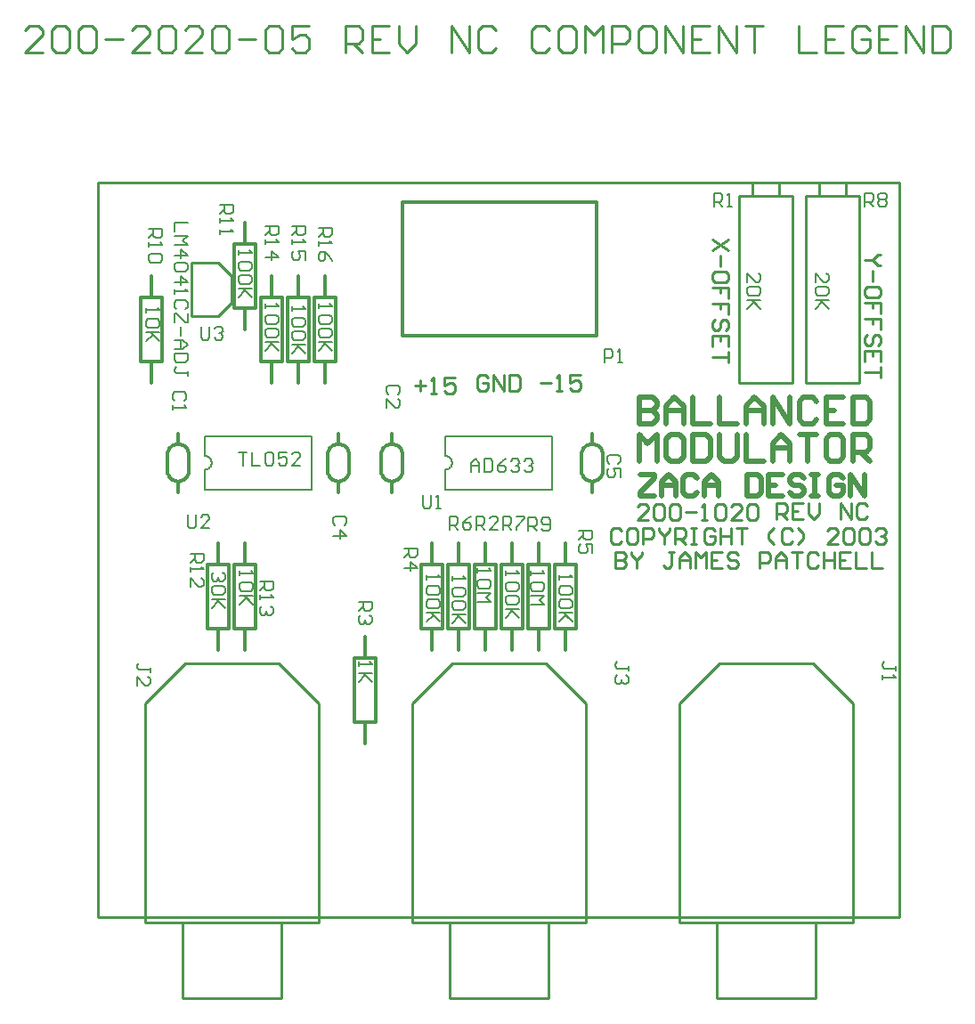
<source format=gto>
*%FSLAX23Y23*%
*%MOIN*%
G01*
%ADD11C,0.007*%
%ADD12C,0.008*%
%ADD13C,0.010*%
%ADD14C,0.012*%
%ADD15C,0.020*%
%ADD16C,0.032*%
%ADD17C,0.036*%
%ADD18C,0.050*%
%ADD19C,0.052*%
%ADD20C,0.055*%
%ADD21C,0.056*%
%ADD22C,0.060*%
%ADD23C,0.061*%
%ADD24C,0.062*%
%ADD25C,0.066*%
%ADD26C,0.068*%
%ADD27C,0.070*%
%ADD28C,0.080*%
%ADD29C,0.090*%
%ADD30C,0.095*%
%ADD31C,0.115*%
%ADD32C,0.120*%
%ADD33C,0.125*%
%ADD34C,0.126*%
%ADD35C,0.131*%
%ADD36C,0.150*%
%ADD37C,0.156*%
%ADD38R,0.062X0.062*%
%ADD39R,0.068X0.068*%
D12*
X10888Y8884D02*
Y8917D01*
X10921Y8884D01*
X10930D01*
X10938Y8892D01*
Y8909D01*
X10930Y8917D01*
Y8867D02*
X10938Y8859D01*
Y8842D01*
X10930Y8834D01*
X10896D01*
X10888Y8842D01*
Y8859D01*
X10896Y8867D01*
X10930D01*
X10938Y8817D02*
X10888D01*
X10905D01*
X10938Y8784D01*
X10913Y8809D01*
X10888Y8784D01*
X11073Y9167D02*
Y9217D01*
X11098D01*
X11106Y9209D01*
Y9192D01*
X11098Y9184D01*
X11073D01*
X11090D02*
X11106Y9167D01*
X11123Y9209D02*
X11131Y9217D01*
X11148D01*
X11156Y9209D01*
Y9200D01*
X11148Y9192D01*
X11156Y9184D01*
Y9175D01*
X11148Y9167D01*
X11131D01*
X11123Y9175D01*
Y9184D01*
X11131Y9192D01*
X11123Y9200D01*
Y9209D01*
X11131Y9192D02*
X11148D01*
X10633Y8917D02*
Y8884D01*
Y8917D02*
X10666Y8884D01*
X10675D01*
X10683Y8892D01*
Y8909D01*
X10675Y8917D01*
Y8867D02*
X10683Y8859D01*
Y8842D01*
X10675Y8834D01*
X10641D01*
X10633Y8842D01*
Y8859D01*
X10641Y8867D01*
X10675D01*
X10683Y8817D02*
X10633D01*
X10650D01*
X10683Y8784D01*
X10658Y8809D01*
X10633Y8784D01*
X10508Y9167D02*
Y9217D01*
X10533D01*
X10541Y9209D01*
Y9192D01*
X10533Y9184D01*
X10508D01*
X10525D02*
X10541Y9167D01*
X10558D02*
X10575D01*
X10566D01*
Y9217D01*
X10567D01*
X10566D02*
X10558Y9209D01*
X11189Y7445D02*
Y7429D01*
Y7437D02*
Y7445D01*
Y7437D02*
X11147D01*
X11139Y7445D01*
Y7454D01*
X11147Y7462D01*
X11139Y7412D02*
Y7395D01*
Y7404D01*
X11189D01*
X11190D01*
X11189D02*
X11181Y7412D01*
X8828Y8785D02*
Y8802D01*
Y8794D02*
Y8785D01*
Y8794D02*
X8878D01*
X8879D01*
X8878D02*
X8870Y8802D01*
Y8760D02*
X8878Y8752D01*
Y8735D01*
X8870Y8727D01*
X8836D01*
X8828Y8735D01*
Y8752D01*
X8836Y8760D01*
X8870D01*
Y8710D02*
X8878Y8702D01*
Y8685D01*
X8870Y8677D01*
X8836D01*
X8828Y8685D01*
Y8702D01*
X8836Y8710D01*
X8870D01*
X8878Y8660D02*
X8828D01*
X8845D01*
X8878Y8627D01*
X8853Y8652D01*
X8828Y8627D01*
Y9092D02*
X8878D01*
Y9067D01*
X8870Y9059D01*
X8853D01*
X8845Y9067D01*
Y9092D01*
Y9075D02*
X8828Y9059D01*
Y9042D02*
Y9025D01*
Y9034D01*
X8878D01*
X8879D01*
X8878D02*
X8870Y9042D01*
X8878Y8975D02*
X8828D01*
X8853Y9000D02*
X8878Y8975D01*
X8853Y8967D02*
Y9000D01*
X8928Y8792D02*
Y8775D01*
Y8784D01*
X8978D01*
X8979D01*
X8978D02*
X8970Y8792D01*
Y8750D02*
X8978Y8742D01*
Y8725D01*
X8970Y8717D01*
X8936D01*
X8928Y8725D01*
Y8742D01*
X8936Y8750D01*
X8970D01*
Y8700D02*
X8978Y8692D01*
Y8675D01*
X8970Y8667D01*
X8936D01*
X8928Y8675D01*
Y8692D01*
X8936Y8700D01*
X8970D01*
X8978Y8650D02*
X8928D01*
X8945D01*
X8978Y8617D01*
X8953Y8642D01*
X8928Y8617D01*
Y9092D02*
X8978D01*
Y9067D01*
X8970Y9059D01*
X8953D01*
X8945Y9067D01*
Y9092D01*
Y9075D02*
X8928Y9059D01*
Y9042D02*
Y9025D01*
Y9034D01*
X8978D01*
X8979D01*
X8978D02*
X8970Y9042D01*
X8978Y9000D02*
Y8967D01*
Y9000D02*
X8953D01*
X8961Y8984D01*
Y8975D01*
X8953Y8967D01*
X8936D01*
X8928Y8975D01*
Y8992D01*
X8936Y9000D01*
X9028Y8802D02*
Y8785D01*
Y8794D01*
X9078D01*
X9079D01*
X9078D02*
X9070Y8802D01*
Y8760D02*
X9078Y8752D01*
Y8735D01*
X9070Y8727D01*
X9036D01*
X9028Y8735D01*
Y8752D01*
X9036Y8760D01*
X9070D01*
Y8710D02*
X9078Y8702D01*
Y8685D01*
X9070Y8677D01*
X9036D01*
X9028Y8685D01*
Y8702D01*
X9036Y8710D01*
X9070D01*
X9078Y8660D02*
X9028D01*
X9045D01*
X9078Y8627D01*
X9053Y8652D01*
X9028Y8627D01*
Y9087D02*
X9078D01*
Y9062D01*
X9070Y9054D01*
X9053D01*
X9045Y9062D01*
Y9087D01*
Y9070D02*
X9028Y9054D01*
Y9037D02*
Y9020D01*
Y9029D01*
X9078D01*
X9079D01*
X9078D02*
X9070Y9037D01*
Y8979D02*
X9078Y8962D01*
X9070Y8979D02*
X9053Y8995D01*
X9036D01*
X9028Y8987D01*
Y8970D01*
X9036Y8962D01*
X9045D01*
X9053Y8970D01*
Y8995D01*
X9178Y7462D02*
Y7445D01*
Y7454D01*
X9228D01*
X9229D01*
X9228D02*
X9220Y7462D01*
X9228Y7420D02*
X9178D01*
X9195D01*
X9228Y7387D01*
X9203Y7412D01*
X9178Y7387D01*
Y7687D02*
X9228D01*
Y7662D01*
X9220Y7654D01*
X9203D01*
X9195Y7662D01*
Y7687D01*
Y7670D02*
X9178Y7654D01*
X9220Y7637D02*
X9228Y7629D01*
Y7612D01*
X9220Y7604D01*
X9211D01*
X9212D01*
X9211D02*
X9212D01*
X9211D02*
X9212D01*
X9211D02*
X9203Y7612D01*
Y7620D01*
Y7612D01*
X9195Y7604D01*
X9186D01*
X9178Y7612D01*
Y7629D01*
X9186Y7637D01*
X9325Y8464D02*
X9333Y8472D01*
Y8489D01*
X9325Y8497D01*
X9291D01*
X9283Y8489D01*
Y8472D01*
X9291Y8464D01*
X9283Y8447D02*
Y8414D01*
Y8447D02*
X9316Y8414D01*
X9325D01*
X9333Y8422D01*
Y8439D01*
X9325Y8447D01*
X9503Y8232D02*
X9506Y8232D01*
X9509Y8231D01*
X9513Y8230D01*
X9516Y8229D01*
X9518Y8227D01*
X9521Y8225D01*
X9523Y8222D01*
X9525Y8220D01*
X9526Y8217D01*
X9527Y8213D01*
X9528Y8210D01*
X9528Y8207D01*
X9528Y8204D01*
X9527Y8201D01*
X9526Y8197D01*
X9525Y8194D01*
X9523Y8192D01*
X9521Y8189D01*
X9518Y8187D01*
X9516Y8185D01*
X9513Y8184D01*
X9509Y8183D01*
X9506Y8182D01*
X9503Y8182D01*
Y8107D01*
Y8232D02*
Y8307D01*
X9903D02*
Y8107D01*
Y8307D02*
X9503D01*
Y8107D02*
X9903D01*
X9598Y8172D02*
Y8205D01*
X9615Y8222D01*
X9631Y8205D01*
Y8172D01*
Y8197D01*
X9598D01*
X9648Y8222D02*
Y8172D01*
X9673D01*
X9681Y8180D01*
Y8214D01*
X9673Y8222D01*
X9648D01*
X9715Y8214D02*
X9731Y8222D01*
X9715Y8214D02*
X9698Y8197D01*
Y8180D01*
X9706Y8172D01*
X9723D01*
X9731Y8180D01*
Y8189D01*
X9723Y8197D01*
X9698D01*
X9748Y8214D02*
X9756Y8222D01*
X9773D01*
X9781Y8214D01*
Y8205D01*
X9782D01*
X9781D02*
X9782D01*
X9781D02*
X9782D01*
X9781D02*
X9773Y8197D01*
X9765D01*
X9773D01*
X9781Y8189D01*
Y8180D01*
X9773Y8172D01*
X9756D01*
X9748Y8180D01*
X9798Y8214D02*
X9806Y8222D01*
X9823D01*
X9831Y8214D01*
Y8205D01*
X9832D01*
X9831D02*
X9832D01*
X9831D02*
X9832D01*
X9831D02*
X9823Y8197D01*
X9815D01*
X9823D01*
X9831Y8189D01*
Y8180D01*
X9823Y8172D01*
X9806D01*
X9798Y8180D01*
X9418Y8087D02*
Y8045D01*
X9426Y8037D01*
X9443D01*
X9451Y8045D01*
Y8087D01*
X9468Y8037D02*
X9485D01*
X9476D01*
Y8087D01*
X9477D01*
X9476D02*
X9468Y8079D01*
X9433Y7787D02*
Y7770D01*
Y7779D01*
X9483D01*
X9484D01*
X9483D02*
X9475Y7787D01*
Y7745D02*
X9483Y7737D01*
Y7720D01*
X9475Y7712D01*
X9441D01*
X9433Y7720D01*
Y7737D01*
X9441Y7745D01*
X9475D01*
Y7695D02*
X9483Y7687D01*
Y7670D01*
X9475Y7662D01*
X9441D01*
X9433Y7670D01*
Y7687D01*
X9441Y7695D01*
X9475D01*
X9483Y7645D02*
X9433D01*
X9450D01*
X9483Y7612D01*
X9458Y7637D01*
X9433Y7612D01*
X9398Y7887D02*
X9348D01*
X9398D02*
Y7862D01*
X9390Y7854D01*
X9373D01*
X9365Y7862D01*
Y7887D01*
Y7870D02*
X9348Y7854D01*
Y7812D02*
X9398D01*
X9373Y7837D01*
Y7804D01*
X9528Y7782D02*
Y7765D01*
Y7774D01*
X9578D01*
X9579D01*
X9578D02*
X9570Y7782D01*
Y7740D02*
X9578Y7732D01*
Y7715D01*
X9570Y7707D01*
X9536D01*
X9528Y7715D01*
Y7732D01*
X9536Y7740D01*
X9570D01*
Y7690D02*
X9578Y7682D01*
Y7665D01*
X9570Y7657D01*
X9536D01*
X9528Y7665D01*
Y7682D01*
X9536Y7690D01*
X9570D01*
X9578Y7640D02*
X9528D01*
X9545D01*
X9578Y7607D01*
X9553Y7632D01*
X9528Y7607D01*
X9518Y7957D02*
Y8007D01*
X9543D01*
X9551Y7999D01*
Y7982D01*
X9543Y7974D01*
X9518D01*
X9535D02*
X9551Y7957D01*
X9585Y7999D02*
X9601Y8007D01*
X9585Y7999D02*
X9568Y7982D01*
Y7965D01*
X9576Y7957D01*
X9593D01*
X9601Y7965D01*
Y7974D01*
X9593Y7982D01*
X9568D01*
X9623Y7812D02*
Y7795D01*
Y7804D01*
X9673D01*
X9674D01*
X9673D02*
X9665Y7812D01*
Y7770D02*
X9673Y7762D01*
Y7745D01*
X9665Y7737D01*
X9631D01*
X9623Y7745D01*
Y7762D01*
X9631Y7770D01*
X9665D01*
X9673Y7720D02*
X9623D01*
X9656Y7704D02*
X9673Y7720D01*
X9656Y7704D02*
X9673Y7687D01*
X9623D01*
X9618Y7957D02*
Y8007D01*
X9643D01*
X9651Y7999D01*
Y7982D01*
X9643Y7974D01*
X9618D01*
X9635D02*
X9651Y7957D01*
X9668D02*
X9701D01*
X9668D02*
X9701Y7990D01*
Y7999D01*
X9693Y8007D01*
X9676D01*
X9668Y7999D01*
X9728Y7802D02*
Y7785D01*
Y7794D01*
X9778D01*
X9779D01*
X9778D02*
X9770Y7802D01*
Y7760D02*
X9778Y7752D01*
Y7735D01*
X9770Y7727D01*
X9736D01*
X9728Y7735D01*
Y7752D01*
X9736Y7760D01*
X9770D01*
Y7710D02*
X9778Y7702D01*
Y7685D01*
X9770Y7677D01*
X9736D01*
X9728Y7685D01*
Y7702D01*
X9736Y7710D01*
X9770D01*
X9778Y7660D02*
X9728D01*
X9745D01*
X9778Y7627D01*
X9753Y7652D01*
X9728Y7627D01*
X9718Y7957D02*
Y8007D01*
X9743D01*
X9751Y7999D01*
Y7982D01*
X9743Y7974D01*
X9718D01*
X9735D02*
X9751Y7957D01*
X9768Y8007D02*
X9801D01*
Y7999D01*
X9768Y7965D01*
Y7957D01*
X9928Y7787D02*
Y7770D01*
Y7779D01*
X9978D01*
X9979D01*
X9978D02*
X9970Y7787D01*
Y7745D02*
X9978Y7737D01*
Y7720D01*
X9970Y7712D01*
X9936D01*
X9928Y7720D01*
Y7737D01*
X9936Y7745D01*
X9970D01*
Y7695D02*
X9978Y7687D01*
Y7670D01*
X9970Y7662D01*
X9936D01*
X9928Y7670D01*
Y7687D01*
X9936Y7695D01*
X9970D01*
X9978Y7645D02*
X9928D01*
X9945D01*
X9978Y7612D01*
X9953Y7637D01*
X9928Y7612D01*
X10003Y7952D02*
X10053D01*
Y7927D01*
X10045Y7919D01*
X10028D01*
X10020Y7927D01*
Y7952D01*
Y7935D02*
X10003Y7919D01*
X10053Y7902D02*
Y7869D01*
Y7902D02*
X10028D01*
X10036Y7885D01*
Y7877D01*
X10028Y7869D01*
X10011D01*
X10003Y7877D01*
Y7894D01*
X10011Y7902D01*
X9133Y7982D02*
X9125Y7974D01*
X9133Y7982D02*
Y7999D01*
X9125Y8007D01*
X9091D01*
X9083Y7999D01*
Y7982D01*
X9091Y7974D01*
X9083Y7932D02*
X9133D01*
X9108Y7957D01*
Y7924D01*
X9823Y7802D02*
Y7785D01*
Y7794D01*
X9873D01*
X9874D01*
X9873D02*
X9865Y7802D01*
Y7760D02*
X9873Y7752D01*
Y7735D01*
X9865Y7727D01*
X9831D01*
X9823Y7735D01*
Y7752D01*
X9831Y7760D01*
X9865D01*
X9873Y7710D02*
X9823D01*
X9856Y7694D02*
X9873Y7710D01*
X9856Y7694D02*
X9873Y7677D01*
X9823D01*
X9813Y7952D02*
Y8002D01*
X9838D01*
X9846Y7994D01*
Y7977D01*
X9838Y7969D01*
X9813D01*
X9830D02*
X9846Y7952D01*
X9863Y7960D02*
X9871Y7952D01*
X9888D01*
X9896Y7960D01*
Y7994D01*
X9888Y8002D01*
X9871D01*
X9863Y7994D01*
Y7985D01*
X9871Y7977D01*
X9896D01*
X10150Y8204D02*
X10158Y8212D01*
Y8229D01*
X10150Y8237D01*
X10116D01*
X10108Y8229D01*
Y8212D01*
X10116Y8204D01*
X10158Y8187D02*
Y8154D01*
Y8187D02*
X10133D01*
X10141Y8170D01*
Y8162D01*
X10133Y8154D01*
X10116D01*
X10108Y8162D01*
Y8179D01*
X10116Y8187D01*
X10098Y8582D02*
Y8632D01*
X10123D01*
X10131Y8624D01*
Y8607D01*
X10123Y8599D01*
X10098D01*
X10148Y8582D02*
X10165D01*
X10156D01*
Y8632D01*
X10157D01*
X10156D02*
X10148Y8624D01*
X10189Y7445D02*
Y7429D01*
Y7437D02*
Y7445D01*
Y7437D02*
X10147D01*
X10139Y7445D01*
Y7454D01*
X10147Y7462D01*
X10181Y7412D02*
X10189Y7404D01*
Y7387D01*
X10181Y7379D01*
X10172D01*
X10173D01*
X10172D02*
X10173D01*
X10172D02*
X10173D01*
X10172D02*
X10164Y7387D01*
Y7395D01*
Y7387D01*
X10156Y7379D01*
X10147D01*
X10139Y7387D01*
Y7404D01*
X10147Y7412D01*
X8728Y8985D02*
Y9002D01*
Y8994D02*
Y8985D01*
Y8994D02*
X8778D01*
X8779D01*
X8778D02*
X8770Y9002D01*
Y8960D02*
X8778Y8952D01*
Y8935D01*
X8770Y8927D01*
X8736D01*
X8728Y8935D01*
Y8952D01*
X8736Y8960D01*
X8770D01*
Y8910D02*
X8778Y8902D01*
Y8885D01*
X8770Y8877D01*
X8736D01*
X8728Y8885D01*
Y8902D01*
X8736Y8910D01*
X8770D01*
X8778Y8860D02*
X8728D01*
X8745D01*
X8778Y8827D01*
X8753Y8852D01*
X8728Y8827D01*
X8708Y9172D02*
X8658D01*
X8708D02*
Y9147D01*
X8700Y9139D01*
X8683D01*
X8675Y9147D01*
Y9172D01*
Y9155D02*
X8658Y9139D01*
Y9122D02*
Y9105D01*
Y9114D01*
X8708D01*
X8709D01*
X8708D02*
X8700Y9122D01*
X8658Y9080D02*
Y9064D01*
Y9072D01*
X8708D01*
X8709D01*
X8708D02*
X8700Y9080D01*
X8538Y9107D02*
X8488D01*
Y9074D01*
Y9057D02*
X8538D01*
X8521Y9040D01*
X8538Y9024D01*
X8488D01*
Y8982D02*
X8538D01*
X8513Y9007D01*
Y8974D01*
X8530Y8957D02*
X8538Y8949D01*
Y8932D01*
X8530Y8924D01*
X8496D01*
X8488Y8932D01*
Y8949D01*
X8496Y8957D01*
X8530D01*
X8538Y8882D02*
X8488D01*
X8513Y8907D02*
X8538Y8882D01*
X8513Y8874D02*
Y8907D01*
X8488Y8857D02*
Y8840D01*
Y8849D01*
X8538D01*
X8539D01*
X8538D02*
X8530Y8857D01*
X8538Y8790D02*
X8530Y8782D01*
X8538Y8790D02*
Y8807D01*
X8530Y8815D01*
X8496D01*
X8488Y8807D01*
Y8790D01*
X8496Y8782D01*
X8538Y8765D02*
Y8732D01*
X8530D01*
X8496Y8765D01*
X8488D01*
Y8732D01*
X8513Y8715D02*
Y8682D01*
X8521Y8665D02*
X8488D01*
X8521D02*
X8538Y8649D01*
X8521Y8632D01*
X8488D01*
X8513D01*
Y8665D01*
X8538Y8615D02*
X8488D01*
Y8591D01*
X8496Y8582D01*
X8530D01*
X8538Y8591D01*
Y8615D01*
Y8549D02*
Y8532D01*
Y8541D02*
Y8549D01*
Y8541D02*
X8496D01*
X8488Y8549D01*
Y8557D01*
X8496Y8566D01*
X8588Y8675D02*
Y8717D01*
Y8675D02*
X8596Y8667D01*
X8613D01*
X8621Y8675D01*
Y8717D01*
X8638Y8709D02*
X8646Y8717D01*
X8663D01*
X8671Y8709D01*
Y8700D01*
X8672D01*
X8671D02*
X8672D01*
X8671D02*
X8672D01*
X8671D02*
X8663Y8692D01*
X8655D01*
X8663D01*
X8671Y8684D01*
Y8675D01*
X8663Y8667D01*
X8646D01*
X8638Y8675D01*
X8533Y8447D02*
X8525Y8439D01*
X8533Y8447D02*
Y8464D01*
X8525Y8472D01*
X8491D01*
X8483Y8464D01*
Y8447D01*
X8491Y8439D01*
X8483Y8422D02*
Y8405D01*
Y8414D01*
X8533D01*
X8534D01*
X8533D02*
X8525Y8422D01*
X8383Y8770D02*
Y8787D01*
Y8779D02*
Y8770D01*
Y8779D02*
X8433D01*
X8434D01*
X8433D02*
X8425Y8787D01*
Y8745D02*
X8433Y8737D01*
Y8720D01*
X8425Y8712D01*
X8391D01*
X8383Y8720D01*
Y8737D01*
X8391Y8745D01*
X8425D01*
X8433Y8695D02*
X8383D01*
X8400D01*
X8433Y8662D01*
X8408Y8687D01*
X8383Y8662D01*
X8393Y9082D02*
X8443D01*
Y9057D01*
X8435Y9049D01*
X8418D01*
X8410Y9057D01*
Y9082D01*
Y9065D02*
X8393Y9049D01*
Y9032D02*
Y9015D01*
Y9024D01*
X8443D01*
X8444D01*
X8443D02*
X8435Y9032D01*
Y8990D02*
X8443Y8982D01*
Y8965D01*
X8435Y8957D01*
X8401D01*
X8393Y8965D01*
Y8982D01*
X8401Y8990D01*
X8435D01*
X8603Y8232D02*
X8606Y8232D01*
X8609Y8231D01*
X8613Y8230D01*
X8616Y8229D01*
X8618Y8227D01*
X8621Y8225D01*
X8623Y8222D01*
X8625Y8220D01*
X8626Y8217D01*
X8627Y8213D01*
X8628Y8210D01*
X8628Y8207D01*
X8628Y8204D01*
X8627Y8201D01*
X8626Y8197D01*
X8625Y8194D01*
X8623Y8192D01*
X8621Y8189D01*
X8618Y8187D01*
X8616Y8185D01*
X8613Y8184D01*
X8609Y8183D01*
X8606Y8182D01*
X8603Y8182D01*
Y8107D01*
Y8232D02*
Y8307D01*
X9003D02*
Y8107D01*
Y8307D02*
X8603D01*
Y8107D02*
X9003D01*
X8761Y8247D02*
X8728D01*
X8745D02*
X8761D01*
X8745D02*
Y8197D01*
X8778D02*
Y8247D01*
Y8197D02*
X8811D01*
X8828Y8239D02*
X8836Y8247D01*
X8853D01*
X8861Y8239D01*
Y8205D01*
X8853Y8197D01*
X8836D01*
X8828Y8205D01*
Y8239D01*
X8878Y8247D02*
X8911D01*
X8878D02*
Y8222D01*
X8895Y8230D01*
X8903D01*
X8911Y8222D01*
Y8205D01*
X8903Y8197D01*
X8886D01*
X8878Y8205D01*
X8928Y8197D02*
X8961D01*
X8928D02*
X8961Y8230D01*
Y8239D01*
X8953Y8247D01*
X8936D01*
X8928Y8239D01*
X8538Y8012D02*
Y7970D01*
X8546Y7962D01*
X8563D01*
X8571Y7970D01*
Y8012D01*
X8588Y7962D02*
X8621D01*
X8588D02*
X8621Y7995D01*
Y8004D01*
X8613Y8012D01*
X8596D01*
X8588Y8004D01*
X8670Y7797D02*
X8678Y7789D01*
Y7772D01*
X8670Y7764D01*
X8661D01*
X8662D01*
X8661D02*
X8662D01*
X8661D02*
X8662D01*
X8661D02*
X8653Y7772D01*
Y7780D01*
Y7772D01*
X8645Y7764D01*
X8636D01*
X8628Y7772D01*
Y7789D01*
X8636Y7797D01*
X8670Y7747D02*
X8678Y7739D01*
Y7722D01*
X8670Y7714D01*
X8636D01*
X8628Y7722D01*
Y7739D01*
X8636Y7747D01*
X8670D01*
X8678Y7697D02*
X8628D01*
X8645D01*
X8678Y7664D01*
X8653Y7689D01*
X8628Y7664D01*
X8598Y7867D02*
X8548D01*
X8598D02*
Y7842D01*
X8590Y7834D01*
X8573D01*
X8565Y7842D01*
Y7867D01*
Y7850D02*
X8548Y7834D01*
Y7817D02*
Y7800D01*
Y7809D01*
X8598D01*
X8599D01*
X8598D02*
X8590Y7817D01*
X8548Y7775D02*
Y7742D01*
Y7775D02*
X8581Y7742D01*
X8590D01*
X8598Y7750D01*
Y7767D01*
X8590Y7775D01*
X8733Y7785D02*
Y7802D01*
Y7794D02*
Y7785D01*
Y7794D02*
X8783D01*
X8784D01*
X8783D02*
X8775Y7802D01*
Y7760D02*
X8783Y7752D01*
Y7735D01*
X8775Y7727D01*
X8741D01*
X8733Y7735D01*
Y7752D01*
X8741Y7760D01*
X8775D01*
X8783Y7710D02*
X8733D01*
X8750D01*
X8783Y7677D01*
X8758Y7702D01*
X8733Y7677D01*
X8808Y7762D02*
X8858D01*
Y7737D01*
X8850Y7729D01*
X8833D01*
X8825Y7737D01*
Y7762D01*
Y7745D02*
X8808Y7729D01*
Y7712D02*
Y7695D01*
Y7704D01*
X8858D01*
X8859D01*
X8858D02*
X8850Y7712D01*
Y7670D02*
X8858Y7662D01*
Y7645D01*
X8850Y7637D01*
X8841D01*
X8842D01*
X8841D02*
X8842D01*
X8841D02*
X8842D01*
X8841D02*
X8833Y7645D01*
Y7654D01*
Y7645D01*
X8825Y7637D01*
X8816D01*
X8808Y7645D01*
Y7662D01*
X8816Y7670D01*
X8398Y7440D02*
Y7424D01*
Y7432D02*
Y7440D01*
Y7432D02*
X8356D01*
X8348Y7440D01*
Y7449D01*
X8356Y7457D01*
X8348Y7407D02*
Y7374D01*
Y7407D02*
X8381Y7374D01*
X8390D01*
X8398Y7382D01*
Y7399D01*
X8390Y7407D01*
D13*
X9388Y8497D02*
X9428D01*
X9408Y8517D02*
Y8477D01*
X9448Y8467D02*
X9468D01*
X9458D01*
Y8527D01*
X9459D01*
X9458D02*
X9448Y8517D01*
X9498Y8527D02*
X9538D01*
X9498D02*
Y8497D01*
X9518Y8507D01*
X9528D01*
X9538Y8497D01*
Y8477D01*
X9528Y8467D01*
X9508D01*
X9498Y8477D01*
X9653Y8537D02*
X9663Y8527D01*
X9653Y8537D02*
X9633D01*
X9623Y8527D01*
Y8487D01*
X9633Y8477D01*
X9653D01*
X9663Y8487D01*
Y8507D01*
X9643D01*
X9683Y8477D02*
Y8537D01*
X9723Y8477D01*
Y8537D01*
X9743D02*
Y8477D01*
X9773D01*
X9783Y8487D01*
Y8527D01*
X9773Y8537D01*
X9743D01*
X9858Y8507D02*
X9898D01*
X9918Y8477D02*
X9938D01*
X9928D01*
Y8537D01*
X9929D01*
X9928D02*
X9918Y8527D01*
X9968Y8537D02*
X10008D01*
X9968D02*
Y8507D01*
X9988Y8517D01*
X9998D01*
X10008Y8507D01*
Y8487D01*
X9998Y8477D01*
X9978D01*
X9968Y8487D01*
X10503Y9002D02*
X10563Y9042D01*
Y9002D02*
X10503Y9042D01*
X10533Y8982D02*
Y8942D01*
X10563Y8912D02*
Y8892D01*
Y8912D02*
X10553Y8922D01*
X10513D01*
X10503Y8912D01*
Y8892D01*
X10513Y8882D01*
X10553D01*
X10563Y8892D01*
Y8862D02*
Y8822D01*
Y8862D02*
X10533D01*
Y8842D01*
Y8862D01*
X10503D01*
X10563Y8802D02*
Y8762D01*
Y8802D02*
X10533D01*
Y8782D01*
Y8802D01*
X10503D01*
X10563Y8712D02*
X10553Y8702D01*
X10563Y8712D02*
Y8732D01*
X10553Y8742D01*
X10543D01*
X10533Y8732D01*
Y8712D01*
X10523Y8702D01*
X10513D01*
X10503Y8712D01*
Y8732D01*
X10513Y8742D01*
X10563Y8682D02*
Y8642D01*
Y8682D02*
X10503D01*
Y8642D01*
X10533Y8662D02*
Y8682D01*
X10563Y8622D02*
Y8582D01*
Y8602D01*
X10503D01*
X11123Y8987D02*
X11133D01*
X11123D02*
X11103Y8967D01*
X11123Y8947D01*
X11133D01*
X11103Y8967D02*
X11073D01*
X11103Y8927D02*
Y8887D01*
X11133Y8857D02*
Y8837D01*
Y8857D02*
X11123Y8867D01*
X11083D01*
X11073Y8857D01*
Y8837D01*
X11083Y8827D01*
X11123D01*
X11133Y8837D01*
Y8807D02*
Y8767D01*
Y8807D02*
X11103D01*
Y8787D01*
Y8807D01*
X11073D01*
X11133Y8747D02*
Y8707D01*
Y8747D02*
X11103D01*
Y8727D01*
Y8747D01*
X11073D01*
X11133Y8657D02*
X11123Y8647D01*
X11133Y8657D02*
Y8677D01*
X11123Y8687D01*
X11113D01*
X11103Y8677D01*
Y8657D01*
X11093Y8647D01*
X11083D01*
X11073Y8657D01*
Y8677D01*
X11083Y8687D01*
X11133Y8627D02*
Y8587D01*
Y8627D02*
X11073D01*
Y8587D01*
X11103Y8607D02*
Y8627D01*
X11133Y8567D02*
Y8527D01*
Y8547D01*
X11073D01*
X10263Y7992D02*
X10223D01*
X10263Y8032D01*
Y8042D01*
X10253Y8052D01*
X10233D01*
X10223Y8042D01*
X10283D02*
X10293Y8052D01*
X10313D01*
X10323Y8042D01*
Y8002D01*
X10313Y7992D01*
X10293D01*
X10283Y8002D01*
Y8042D01*
X10343D02*
X10353Y8052D01*
X10373D01*
X10383Y8042D01*
Y8002D01*
X10373Y7992D01*
X10353D01*
X10343Y8002D01*
Y8042D01*
X10403Y8022D02*
X10443D01*
X10463Y7992D02*
X10483D01*
X10473D01*
Y8052D01*
X10474D01*
X10473D02*
X10463Y8042D01*
X10513D02*
X10523Y8052D01*
X10543D01*
X10553Y8042D01*
Y8002D01*
X10543Y7992D01*
X10523D01*
X10513Y8002D01*
Y8042D01*
X10573Y7992D02*
X10613D01*
X10573D02*
X10613Y8032D01*
Y8042D01*
X10603Y8052D01*
X10583D01*
X10573Y8042D01*
X10633D02*
X10643Y8052D01*
X10663D01*
X10673Y8042D01*
Y8002D01*
X10663Y7992D01*
X10643D01*
X10633Y8002D01*
Y8042D01*
X10743Y8057D02*
Y7997D01*
Y8057D02*
X10773D01*
X10783Y8047D01*
Y8027D01*
X10773Y8017D01*
X10743D01*
X10763D02*
X10783Y7997D01*
X10803Y8057D02*
X10843D01*
X10803D02*
Y7997D01*
X10843D01*
X10823Y8027D02*
X10803D01*
X10863Y8017D02*
Y8057D01*
Y8017D02*
X10883Y7997D01*
X10903Y8017D01*
Y8057D01*
X10983D02*
Y7997D01*
X11023D02*
X10983Y8057D01*
X11023D02*
Y7997D01*
X11083Y8047D02*
X11073Y8057D01*
X11053D01*
X11043Y8047D01*
Y8007D01*
X11053Y7997D01*
X11073D01*
X11083Y8007D01*
X10163Y7952D02*
X10153Y7962D01*
X10133D01*
X10123Y7952D01*
Y7912D01*
X10133Y7902D01*
X10153D01*
X10163Y7912D01*
X10193Y7962D02*
X10213D01*
X10193D02*
X10183Y7952D01*
Y7912D01*
X10193Y7902D01*
X10213D01*
X10223Y7912D01*
Y7952D01*
X10213Y7962D01*
X10243D02*
Y7902D01*
Y7962D02*
X10273D01*
X10283Y7952D01*
Y7932D01*
X10273Y7922D01*
X10243D01*
X10303Y7952D02*
Y7962D01*
Y7952D02*
X10323Y7932D01*
X10343Y7952D01*
Y7962D01*
X10323Y7932D02*
Y7902D01*
X10363D02*
Y7962D01*
X10393D01*
X10403Y7952D01*
Y7932D01*
X10393Y7922D01*
X10363D01*
X10383D02*
X10403Y7902D01*
X10423Y7962D02*
X10443D01*
X10433D01*
Y7902D01*
X10423D01*
X10443D01*
X10503Y7962D02*
X10513Y7952D01*
X10503Y7962D02*
X10483D01*
X10473Y7952D01*
Y7912D01*
X10483Y7902D01*
X10503D01*
X10513Y7912D01*
Y7932D01*
X10493D01*
X10533Y7962D02*
Y7902D01*
Y7932D01*
X10573D01*
Y7962D01*
Y7902D01*
X10593Y7962D02*
X10633D01*
X10613D01*
Y7902D01*
X10713Y7922D02*
X10733Y7902D01*
X10713Y7922D02*
Y7942D01*
X10733Y7962D01*
X10793D02*
X10803Y7952D01*
X10793Y7962D02*
X10773D01*
X10763Y7952D01*
Y7912D01*
X10773Y7902D01*
X10793D01*
X10803Y7912D01*
X10823Y7902D02*
X10843Y7922D01*
Y7942D01*
X10823Y7962D01*
X10933Y7902D02*
X10973D01*
X10933D02*
X10973Y7942D01*
Y7952D01*
X10963Y7962D01*
X10943D01*
X10933Y7952D01*
X10993D02*
X11003Y7962D01*
X11023D01*
X11033Y7952D01*
Y7912D01*
X11023Y7902D01*
X11003D01*
X10993Y7912D01*
Y7952D01*
X11053D02*
X11063Y7962D01*
X11083D01*
X11093Y7952D01*
Y7912D01*
X11083Y7902D01*
X11063D01*
X11053Y7912D01*
Y7952D01*
X11113D02*
X11123Y7962D01*
X11143D01*
X11153Y7952D01*
Y7942D01*
X11154D01*
X11153D02*
X11154D01*
X11153D02*
X11154D01*
X11153D02*
X11143Y7932D01*
X11133D01*
X11143D01*
X11153Y7922D01*
Y7912D01*
X11143Y7902D01*
X11123D01*
X11113Y7912D01*
X10138Y7872D02*
Y7812D01*
X10168D01*
X10178Y7822D01*
Y7832D01*
X10168Y7842D01*
X10138D01*
X10139D01*
X10138D02*
X10139D01*
X10138D02*
X10139D01*
X10138D02*
X10168D01*
X10178Y7852D01*
Y7862D01*
X10168Y7872D01*
X10138D01*
X10198D02*
Y7862D01*
X10218Y7842D01*
X10238Y7862D01*
Y7872D01*
X10218Y7842D02*
Y7812D01*
X10338Y7872D02*
X10358D01*
X10348D02*
X10338D01*
X10348D02*
Y7822D01*
X10338Y7812D01*
X10328D01*
X10318Y7822D01*
X10378Y7812D02*
Y7852D01*
X10398Y7872D01*
X10418Y7852D01*
Y7812D01*
Y7842D01*
X10378D01*
X10438Y7812D02*
Y7872D01*
X10458Y7852D01*
X10478Y7872D01*
Y7812D01*
X10498Y7872D02*
X10538D01*
X10498D02*
Y7812D01*
X10538D01*
X10518Y7842D02*
X10498D01*
X10588Y7872D02*
X10598Y7862D01*
X10588Y7872D02*
X10568D01*
X10558Y7862D01*
Y7852D01*
X10568Y7842D01*
X10588D01*
X10598Y7832D01*
Y7822D01*
X10588Y7812D01*
X10568D01*
X10558Y7822D01*
X10678Y7812D02*
Y7872D01*
X10708D01*
X10718Y7862D01*
Y7842D01*
X10708Y7832D01*
X10678D01*
X10738Y7812D02*
Y7852D01*
X10758Y7872D01*
X10778Y7852D01*
Y7812D01*
Y7842D01*
X10738D01*
X10798Y7872D02*
X10838D01*
X10818D01*
Y7812D01*
X10888Y7872D02*
X10898Y7862D01*
X10888Y7872D02*
X10868D01*
X10858Y7862D01*
Y7822D01*
X10868Y7812D01*
X10888D01*
X10898Y7822D01*
X10918Y7812D02*
Y7872D01*
Y7842D02*
Y7812D01*
Y7842D02*
X10958D01*
Y7872D01*
Y7812D01*
X10978Y7872D02*
X11018D01*
X10978D02*
Y7812D01*
X11018D01*
X10998Y7842D02*
X10978D01*
X11038Y7872D02*
Y7812D01*
X11078D01*
X11098D02*
Y7872D01*
Y7812D02*
X11138D01*
X7995Y9742D02*
X7928D01*
X7995Y9809D01*
Y9825D01*
X7978Y9842D01*
X7945D01*
X7928Y9825D01*
X8028D02*
X8045Y9842D01*
X8078D01*
X8095Y9825D01*
Y9759D01*
X8078Y9742D01*
X8045D01*
X8028Y9759D01*
Y9825D01*
X8128D02*
X8145Y9842D01*
X8178D01*
X8195Y9825D01*
Y9759D01*
X8178Y9742D01*
X8145D01*
X8128Y9759D01*
Y9825D01*
X8228Y9792D02*
X8295D01*
X8328Y9742D02*
X8395D01*
X8328D02*
X8395Y9809D01*
Y9825D01*
X8378Y9842D01*
X8345D01*
X8328Y9825D01*
X8428D02*
X8444Y9842D01*
X8478D01*
X8494Y9825D01*
Y9759D01*
X8478Y9742D01*
X8444D01*
X8428Y9759D01*
Y9825D01*
X8528Y9742D02*
X8594D01*
X8528D02*
X8594Y9809D01*
Y9825D01*
X8578Y9842D01*
X8544D01*
X8528Y9825D01*
X8628D02*
X8644Y9842D01*
X8678D01*
X8694Y9825D01*
Y9759D01*
X8678Y9742D01*
X8644D01*
X8628Y9759D01*
Y9825D01*
X8728Y9792D02*
X8794D01*
X8828Y9825D02*
X8844Y9842D01*
X8878D01*
X8894Y9825D01*
Y9759D01*
X8878Y9742D01*
X8844D01*
X8828Y9759D01*
Y9825D01*
X8928Y9842D02*
X8994D01*
X8928D02*
Y9792D01*
X8961Y9809D01*
X8978D01*
X8994Y9792D01*
Y9759D01*
X8978Y9742D01*
X8944D01*
X8928Y9759D01*
X9128Y9742D02*
Y9842D01*
X9178D01*
X9194Y9825D01*
Y9792D01*
X9178Y9775D01*
X9128D01*
X9161D02*
X9194Y9742D01*
X9228Y9842D02*
X9294D01*
X9228D02*
Y9742D01*
X9294D01*
X9261Y9792D02*
X9228D01*
X9328Y9775D02*
Y9842D01*
Y9775D02*
X9361Y9742D01*
X9394Y9775D01*
Y9842D01*
X9527D02*
Y9742D01*
X9594D02*
X9527Y9842D01*
X9594D02*
Y9742D01*
X9694Y9825D02*
X9677Y9842D01*
X9644D01*
X9627Y9825D01*
Y9759D01*
X9644Y9742D01*
X9677D01*
X9694Y9759D01*
X9877Y9842D02*
X9894Y9825D01*
X9877Y9842D02*
X9844D01*
X9827Y9825D01*
Y9759D01*
X9844Y9742D01*
X9877D01*
X9894Y9759D01*
X9944Y9842D02*
X9977D01*
X9944D02*
X9927Y9825D01*
Y9759D01*
X9944Y9742D01*
X9977D01*
X9994Y9759D01*
Y9825D01*
X9977Y9842D01*
X10027D02*
Y9742D01*
X10061Y9809D02*
X10027Y9842D01*
X10061Y9809D02*
X10094Y9842D01*
Y9742D01*
X10127D02*
Y9842D01*
X10177D01*
X10194Y9825D01*
Y9792D01*
X10177Y9775D01*
X10127D01*
X10244Y9842D02*
X10277D01*
X10244D02*
X10227Y9825D01*
Y9759D01*
X10244Y9742D01*
X10277D01*
X10294Y9759D01*
Y9825D01*
X10277Y9842D01*
X10327D02*
Y9742D01*
X10394D02*
X10327Y9842D01*
X10394D02*
Y9742D01*
X10427Y9842D02*
X10494D01*
X10427D02*
Y9742D01*
X10494D01*
X10461Y9792D02*
X10427D01*
X10527Y9742D02*
Y9842D01*
X10594Y9742D01*
Y9842D01*
X10627D02*
X10694D01*
X10660D01*
Y9742D01*
X10827D02*
Y9842D01*
Y9742D02*
X10894D01*
X10927Y9842D02*
X10994D01*
X10927D02*
Y9742D01*
X10994D01*
X10960Y9792D02*
X10927D01*
X11077Y9842D02*
X11094Y9825D01*
X11077Y9842D02*
X11044D01*
X11027Y9825D01*
Y9759D01*
X11044Y9742D01*
X11077D01*
X11094Y9759D01*
Y9792D01*
X11060D01*
X11127Y9842D02*
X11194D01*
X11127D02*
Y9742D01*
X11194D01*
X11160Y9792D02*
X11127D01*
X11227Y9742D02*
Y9842D01*
X11294Y9742D01*
Y9842D01*
X11327D02*
Y9742D01*
X11377D01*
X11394Y9759D01*
Y9825D01*
X11377Y9842D01*
X11327D01*
X10853Y9207D02*
Y8507D01*
X11053D02*
Y9207D01*
X10903D02*
Y9257D01*
X11003D02*
Y9207D01*
X11053Y8507D02*
X10853D01*
Y9207D02*
X11053D01*
X11003Y9257D02*
X10903D01*
X10603Y9207D02*
Y8507D01*
X10803D02*
Y9207D01*
X10653D02*
Y9257D01*
X10753D02*
Y9207D01*
X10803Y8507D02*
X10603D01*
Y9207D02*
X10803D01*
X10753Y9257D02*
X10653D01*
X10878Y7457D02*
X11028Y7307D01*
X10528Y7457D02*
X10378Y7307D01*
Y6485D01*
X11028D02*
Y7307D01*
X10888Y6482D02*
Y6202D01*
X10518D02*
Y6482D01*
X10528Y7457D02*
X10878D01*
X11028Y6485D02*
X10378D01*
X10518Y6202D02*
X10888D01*
X10028Y7307D02*
X9878Y7457D01*
X9528D02*
X9378Y7307D01*
Y6485D01*
X10028D02*
Y7307D01*
X9888Y6482D02*
Y6202D01*
X9518D02*
Y6482D01*
X9528Y7457D02*
X9878D01*
X10028Y6485D02*
X9378D01*
X9518Y6202D02*
X9888D01*
X8703Y8907D02*
X8653Y8957D01*
X8703Y8807D02*
X8653Y8757D01*
X8553D02*
Y8957D01*
X8703Y8907D02*
Y8807D01*
X8653Y8957D02*
X8553D01*
Y8757D02*
X8653D01*
X8878Y7457D02*
X9028Y7307D01*
X8528Y7457D02*
X8378Y7307D01*
Y6485D01*
X9028D02*
Y7307D01*
X8888Y6482D02*
Y6202D01*
X8518D02*
Y6482D01*
X8528Y7457D02*
X8878D01*
X9028Y6485D02*
X8378D01*
X8518Y6202D02*
X8888D01*
X8203Y6507D02*
X11203D01*
Y9257D02*
X8203D01*
Y6507D01*
X11203D02*
Y9257D01*
D14*
X8893Y8827D02*
Y8587D01*
X8813D02*
Y8827D01*
X8853D02*
Y8907D01*
Y8587D02*
Y8507D01*
X8813Y8827D02*
X8893D01*
Y8587D02*
X8813D01*
X8993D02*
Y8827D01*
X8913D02*
Y8587D01*
X8953Y8827D02*
Y8907D01*
Y8587D02*
Y8507D01*
X8913Y8827D02*
X8993D01*
Y8587D02*
X8913D01*
X9093D02*
Y8827D01*
X9013D02*
Y8587D01*
X9053Y8827D02*
Y8907D01*
Y8587D02*
Y8507D01*
X9013Y8827D02*
X9093D01*
Y8587D02*
X9013D01*
X9243Y7477D02*
Y7237D01*
X9163D02*
Y7477D01*
X9203D02*
Y7557D01*
Y7237D02*
Y7157D01*
X9163Y7477D02*
X9243D01*
Y7237D02*
X9163D01*
X9263Y8177D02*
X9263Y8174D01*
X9264Y8171D01*
X9264Y8167D01*
X9265Y8164D01*
X9266Y8161D01*
X9268Y8158D01*
X9269Y8156D01*
X9271Y8153D01*
X9273Y8150D01*
X9275Y8148D01*
X9278Y8146D01*
X9280Y8144D01*
X9283Y8142D01*
X9286Y8141D01*
X9289Y8140D01*
X9292Y8139D01*
X9295Y8138D01*
X9298Y8137D01*
X9301Y8137D01*
X9305D01*
X9308Y8137D01*
X9311Y8138D01*
X9314Y8139D01*
X9317Y8140D01*
X9320Y8141D01*
X9323Y8142D01*
X9326Y8144D01*
X9328Y8146D01*
X9331Y8148D01*
X9333Y8150D01*
X9335Y8153D01*
X9337Y8156D01*
X9338Y8158D01*
X9340Y8161D01*
X9341Y8164D01*
X9342Y8167D01*
X9342Y8171D01*
X9343Y8174D01*
X9343Y8177D01*
Y8237D02*
X9343Y8240D01*
X9342Y8243D01*
X9342Y8247D01*
X9341Y8250D01*
X9340Y8253D01*
X9338Y8256D01*
X9337Y8258D01*
X9335Y8261D01*
X9333Y8264D01*
X9331Y8266D01*
X9328Y8268D01*
X9326Y8270D01*
X9323Y8272D01*
X9320Y8273D01*
X9317Y8274D01*
X9314Y8275D01*
X9311Y8276D01*
X9308Y8277D01*
X9305Y8277D01*
X9301D01*
X9298Y8277D01*
X9295Y8276D01*
X9292Y8275D01*
X9289Y8274D01*
X9286Y8273D01*
X9283Y8272D01*
X9280Y8270D01*
X9278Y8268D01*
X9275Y8266D01*
X9273Y8264D01*
X9271Y8261D01*
X9269Y8258D01*
X9268Y8256D01*
X9266Y8253D01*
X9265Y8250D01*
X9264Y8247D01*
X9264Y8243D01*
X9263Y8240D01*
X9263Y8237D01*
X9303Y8137D02*
Y8097D01*
Y8277D02*
Y8317D01*
X9343Y8237D02*
Y8177D01*
X9263D02*
Y8237D01*
X9413Y7827D02*
Y7587D01*
X9493D02*
Y7827D01*
X9453Y7587D02*
Y7507D01*
Y7827D02*
Y7907D01*
X9413Y7587D02*
X9493D01*
Y7827D02*
X9413D01*
X9513D02*
Y7587D01*
X9593D02*
Y7827D01*
X9553Y7587D02*
Y7507D01*
Y7827D02*
Y7907D01*
X9513Y7587D02*
X9593D01*
Y7827D02*
X9513D01*
X9693D02*
Y7587D01*
X9613D02*
Y7827D01*
X9653D02*
Y7907D01*
Y7587D02*
Y7507D01*
X9613Y7827D02*
X9693D01*
Y7587D02*
X9613D01*
X9713D02*
Y7827D01*
X9793D02*
Y7587D01*
X9753D02*
Y7507D01*
Y7827D02*
Y7907D01*
X9713Y7587D02*
X9793D01*
Y7827D02*
X9713D01*
X9913D02*
Y7587D01*
X9993D02*
Y7827D01*
X9953Y7587D02*
Y7507D01*
Y7827D02*
Y7907D01*
X9913Y7587D02*
X9993D01*
Y7827D02*
X9913D01*
X9143Y8237D02*
X9143Y8240D01*
X9142Y8243D01*
X9142Y8247D01*
X9141Y8250D01*
X9140Y8253D01*
X9138Y8256D01*
X9137Y8258D01*
X9135Y8261D01*
X9133Y8264D01*
X9131Y8266D01*
X9128Y8268D01*
X9126Y8270D01*
X9123Y8272D01*
X9120Y8273D01*
X9117Y8274D01*
X9114Y8275D01*
X9111Y8276D01*
X9108Y8277D01*
X9105Y8277D01*
X9101D01*
X9098Y8277D01*
X9095Y8276D01*
X9092Y8275D01*
X9089Y8274D01*
X9086Y8273D01*
X9083Y8272D01*
X9080Y8270D01*
X9078Y8268D01*
X9075Y8266D01*
X9073Y8264D01*
X9071Y8261D01*
X9069Y8258D01*
X9068Y8256D01*
X9066Y8253D01*
X9065Y8250D01*
X9064Y8247D01*
X9064Y8243D01*
X9063Y8240D01*
X9063Y8237D01*
Y8177D02*
X9063Y8174D01*
X9064Y8171D01*
X9064Y8167D01*
X9065Y8164D01*
X9066Y8161D01*
X9068Y8158D01*
X9069Y8156D01*
X9071Y8153D01*
X9073Y8150D01*
X9075Y8148D01*
X9078Y8146D01*
X9080Y8144D01*
X9083Y8142D01*
X9086Y8141D01*
X9089Y8140D01*
X9092Y8139D01*
X9095Y8138D01*
X9098Y8137D01*
X9101Y8137D01*
X9105D01*
X9108Y8137D01*
X9111Y8138D01*
X9114Y8139D01*
X9117Y8140D01*
X9120Y8141D01*
X9123Y8142D01*
X9126Y8144D01*
X9128Y8146D01*
X9131Y8148D01*
X9133Y8150D01*
X9135Y8153D01*
X9137Y8156D01*
X9138Y8158D01*
X9140Y8161D01*
X9141Y8164D01*
X9142Y8167D01*
X9142Y8171D01*
X9143Y8174D01*
X9143Y8177D01*
X9103Y8277D02*
Y8317D01*
Y8137D02*
Y8097D01*
X9063Y8177D02*
Y8237D01*
X9143D02*
Y8177D01*
X9893Y7827D02*
Y7587D01*
X9813D02*
Y7827D01*
X9853D02*
Y7907D01*
Y7587D02*
Y7507D01*
X9813Y7827D02*
X9893D01*
Y7587D02*
X9813D01*
X10013Y8237D02*
X10013Y8240D01*
X10014Y8243D01*
X10014Y8247D01*
X10015Y8250D01*
X10016Y8253D01*
X10018Y8256D01*
X10019Y8258D01*
X10021Y8261D01*
X10023Y8264D01*
X10025Y8266D01*
X10028Y8268D01*
X10030Y8270D01*
X10033Y8272D01*
X10036Y8273D01*
X10039Y8274D01*
X10042Y8275D01*
X10045Y8276D01*
X10048Y8277D01*
X10051Y8277D01*
X10055D01*
X10058Y8277D01*
X10061Y8276D01*
X10064Y8275D01*
X10067Y8274D01*
X10070Y8273D01*
X10073Y8272D01*
X10076Y8270D01*
X10078Y8268D01*
X10081Y8266D01*
X10083Y8264D01*
X10085Y8261D01*
X10087Y8258D01*
X10088Y8256D01*
X10090Y8253D01*
X10091Y8250D01*
X10092Y8247D01*
X10092Y8243D01*
X10093Y8240D01*
X10093Y8237D01*
Y8177D02*
X10093Y8174D01*
X10092Y8171D01*
X10092Y8167D01*
X10091Y8164D01*
X10090Y8161D01*
X10088Y8158D01*
X10087Y8156D01*
X10085Y8153D01*
X10083Y8150D01*
X10081Y8148D01*
X10078Y8146D01*
X10076Y8144D01*
X10073Y8142D01*
X10070Y8141D01*
X10067Y8140D01*
X10064Y8139D01*
X10061Y8138D01*
X10058Y8137D01*
X10055Y8137D01*
X10051D01*
X10048Y8137D01*
X10045Y8138D01*
X10042Y8139D01*
X10039Y8140D01*
X10036Y8141D01*
X10033Y8142D01*
X10030Y8144D01*
X10028Y8146D01*
X10025Y8148D01*
X10023Y8150D01*
X10021Y8153D01*
X10019Y8156D01*
X10018Y8158D01*
X10016Y8161D01*
X10015Y8164D01*
X10014Y8167D01*
X10014Y8171D01*
X10013Y8174D01*
X10013Y8177D01*
X10053Y8277D02*
Y8317D01*
Y8137D02*
Y8097D01*
X10013Y8177D02*
Y8237D01*
X10093D02*
Y8177D01*
X10069Y8682D02*
Y9182D01*
X9344D02*
Y8682D01*
Y9182D02*
X10069D01*
Y8682D02*
X9344D01*
X8793Y8787D02*
Y9027D01*
X8713D02*
Y8787D01*
X8753Y9027D02*
Y9107D01*
Y8787D02*
Y8707D01*
X8713Y9027D02*
X8793D01*
Y8787D02*
X8713D01*
X8543Y8177D02*
X8543Y8174D01*
X8542Y8171D01*
X8542Y8167D01*
X8541Y8164D01*
X8540Y8161D01*
X8538Y8158D01*
X8537Y8156D01*
X8535Y8153D01*
X8533Y8150D01*
X8531Y8148D01*
X8528Y8146D01*
X8526Y8144D01*
X8523Y8142D01*
X8520Y8141D01*
X8517Y8140D01*
X8514Y8139D01*
X8511Y8138D01*
X8508Y8137D01*
X8505Y8137D01*
X8501D01*
X8498Y8137D01*
X8495Y8138D01*
X8492Y8139D01*
X8489Y8140D01*
X8486Y8141D01*
X8483Y8142D01*
X8480Y8144D01*
X8478Y8146D01*
X8475Y8148D01*
X8473Y8150D01*
X8471Y8153D01*
X8469Y8156D01*
X8468Y8158D01*
X8466Y8161D01*
X8465Y8164D01*
X8464Y8167D01*
X8464Y8171D01*
X8463Y8174D01*
X8463Y8177D01*
Y8237D02*
X8463Y8240D01*
X8464Y8243D01*
X8464Y8247D01*
X8465Y8250D01*
X8466Y8253D01*
X8468Y8256D01*
X8469Y8258D01*
X8471Y8261D01*
X8473Y8264D01*
X8475Y8266D01*
X8478Y8268D01*
X8480Y8270D01*
X8483Y8272D01*
X8486Y8273D01*
X8489Y8274D01*
X8492Y8275D01*
X8495Y8276D01*
X8498Y8277D01*
X8501Y8277D01*
X8505D01*
X8508Y8277D01*
X8511Y8276D01*
X8514Y8275D01*
X8517Y8274D01*
X8520Y8273D01*
X8523Y8272D01*
X8526Y8270D01*
X8528Y8268D01*
X8531Y8266D01*
X8533Y8264D01*
X8535Y8261D01*
X8537Y8258D01*
X8538Y8256D01*
X8540Y8253D01*
X8541Y8250D01*
X8542Y8247D01*
X8542Y8243D01*
X8543Y8240D01*
X8543Y8237D01*
X8503Y8137D02*
Y8097D01*
Y8277D02*
Y8317D01*
X8543Y8237D02*
Y8177D01*
X8463D02*
Y8237D01*
X8363Y8587D02*
Y8827D01*
X8443D02*
Y8587D01*
X8403D02*
Y8507D01*
Y8827D02*
Y8907D01*
X8363Y8587D02*
X8443D01*
Y8827D02*
X8363D01*
X8613Y7827D02*
Y7587D01*
X8693D02*
Y7827D01*
X8653Y7587D02*
Y7507D01*
Y7827D02*
Y7907D01*
X8613Y7587D02*
X8693D01*
Y7827D02*
X8613D01*
X8793D02*
Y7587D01*
X8713D02*
Y7827D01*
X8753D02*
Y7907D01*
Y7587D02*
Y7507D01*
X8713Y7827D02*
X8793D01*
Y7587D02*
X8713D01*
D15*
X10228Y8352D02*
Y8452D01*
Y8352D02*
X10278D01*
X10295Y8369D01*
Y8385D01*
X10278Y8402D01*
X10228D01*
X10229D01*
X10228D02*
X10229D01*
X10228D02*
X10229D01*
X10228D02*
X10278D01*
X10295Y8419D01*
Y8435D01*
X10278Y8452D01*
X10228D01*
X10328Y8419D02*
Y8352D01*
Y8419D02*
X10361Y8452D01*
X10395Y8419D01*
Y8352D01*
Y8402D01*
X10328D01*
X10428Y8352D02*
Y8452D01*
Y8352D02*
X10495D01*
X10528D02*
Y8452D01*
Y8352D02*
X10595D01*
X10628D02*
Y8419D01*
X10661Y8452D01*
X10695Y8419D01*
Y8352D01*
Y8402D01*
X10628D01*
X10728Y8352D02*
Y8452D01*
X10794Y8352D01*
Y8452D01*
X10878D02*
X10894Y8435D01*
X10878Y8452D02*
X10844D01*
X10828Y8435D01*
Y8369D01*
X10844Y8352D01*
X10878D01*
X10894Y8369D01*
X10928Y8452D02*
X10994D01*
X10928D02*
Y8352D01*
X10994D01*
X10961Y8402D02*
X10928D01*
X11028Y8352D02*
Y8452D01*
Y8352D02*
X11078D01*
X11094Y8369D01*
Y8435D01*
X11078Y8452D01*
X11028D01*
X10228Y8312D02*
Y8212D01*
X10261Y8279D02*
X10228Y8312D01*
X10261Y8279D02*
X10295Y8312D01*
Y8212D01*
X10345Y8312D02*
X10378D01*
X10345D02*
X10328Y8295D01*
Y8229D01*
X10345Y8212D01*
X10378D01*
X10395Y8229D01*
Y8295D01*
X10378Y8312D01*
X10428D02*
Y8212D01*
X10478D01*
X10495Y8229D01*
Y8295D01*
X10478Y8312D01*
X10428D01*
X10528D02*
Y8229D01*
X10545Y8212D01*
X10578D01*
X10595Y8229D01*
Y8312D01*
X10628D02*
Y8212D01*
X10695D01*
X10728D02*
Y8279D01*
X10761Y8312D01*
X10794Y8279D01*
Y8212D01*
Y8262D01*
X10728D01*
X10828Y8312D02*
X10894D01*
X10861D01*
Y8212D01*
X10944Y8312D02*
X10978D01*
X10944D02*
X10928Y8295D01*
Y8229D01*
X10944Y8212D01*
X10978D01*
X10994Y8229D01*
Y8295D01*
X10978Y8312D01*
X11028D02*
Y8212D01*
Y8312D02*
X11078D01*
X11094Y8295D01*
Y8262D01*
X11078Y8245D01*
X11028D01*
X11061D02*
X11094Y8212D01*
X10286Y8162D02*
X10233D01*
X10286D02*
Y8149D01*
X10233Y8095D01*
Y8082D01*
X10286D01*
X10313D02*
Y8135D01*
X10340Y8162D01*
X10366Y8135D01*
Y8082D01*
Y8122D01*
X10313D01*
X10433Y8162D02*
X10446Y8149D01*
X10433Y8162D02*
X10406D01*
X10393Y8149D01*
Y8095D01*
X10406Y8082D01*
X10433D01*
X10446Y8095D01*
X10473Y8082D02*
Y8135D01*
X10500Y8162D01*
X10526Y8135D01*
Y8082D01*
Y8122D01*
X10473D01*
X10633Y8162D02*
Y8082D01*
X10673D01*
X10686Y8095D01*
Y8149D01*
X10673Y8162D01*
X10633D01*
X10713D02*
X10766D01*
X10713D02*
Y8082D01*
X10766D01*
X10740Y8122D02*
X10713D01*
X10833Y8162D02*
X10846Y8149D01*
X10833Y8162D02*
X10806D01*
X10793Y8149D01*
Y8135D01*
X10806Y8122D01*
X10833D01*
X10846Y8109D01*
Y8095D01*
X10833Y8082D01*
X10806D01*
X10793Y8095D01*
X10873Y8162D02*
X10899D01*
X10886D01*
Y8082D01*
X10873D01*
X10899D01*
X10979Y8162D02*
X10993Y8149D01*
X10979Y8162D02*
X10953D01*
X10939Y8149D01*
Y8095D01*
X10953Y8082D01*
X10979D01*
X10993Y8095D01*
Y8122D01*
X10966D01*
X11019Y8162D02*
Y8082D01*
X11073D02*
X11019Y8162D01*
X11073D02*
Y8082D01*
D02*
M02*

</source>
